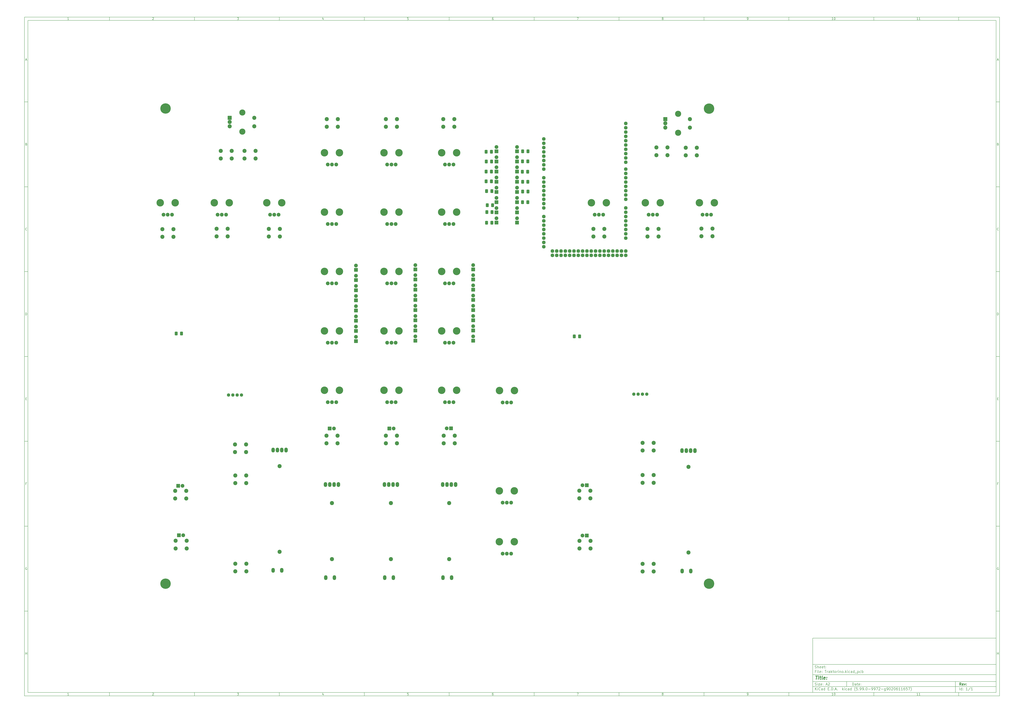
<source format=gbr>
%TF.GenerationSoftware,KiCad,Pcbnew,(5.99.0-9972-g9020611657)*%
%TF.CreationDate,2021-04-03T00:56:29+02:00*%
%TF.ProjectId,Traktorino,5472616b-746f-4726-996e-6f2e6b696361,rev?*%
%TF.SameCoordinates,Original*%
%TF.FileFunction,Soldermask,Bot*%
%TF.FilePolarity,Negative*%
%FSLAX46Y46*%
G04 Gerber Fmt 4.6, Leading zero omitted, Abs format (unit mm)*
G04 Created by KiCad (PCBNEW (5.99.0-9972-g9020611657)) date 2021-04-03 00:56:29*
%MOMM*%
%LPD*%
G01*
G04 APERTURE LIST*
G04 Aperture macros list*
%AMRoundRect*
0 Rectangle with rounded corners*
0 $1 Rounding radius*
0 $2 $3 $4 $5 $6 $7 $8 $9 X,Y pos of 4 corners*
0 Add a 4 corners polygon primitive as box body*
4,1,4,$2,$3,$4,$5,$6,$7,$8,$9,$2,$3,0*
0 Add four circle primitives for the rounded corners*
1,1,$1+$1,$2,$3*
1,1,$1+$1,$4,$5*
1,1,$1+$1,$6,$7*
1,1,$1+$1,$8,$9*
0 Add four rect primitives between the rounded corners*
20,1,$1+$1,$2,$3,$4,$5,0*
20,1,$1+$1,$4,$5,$6,$7,0*
20,1,$1+$1,$6,$7,$8,$9,0*
20,1,$1+$1,$8,$9,$2,$3,0*%
G04 Aperture macros list end*
%ADD10C,0.100000*%
%ADD11C,0.150000*%
%ADD12C,0.300000*%
%ADD13C,0.400000*%
%ADD14C,4.000000*%
%ADD15C,6.100000*%
%ADD16RoundRect,0.200000X0.900000X-0.900000X0.900000X0.900000X-0.900000X0.900000X-0.900000X-0.900000X0*%
%ADD17C,2.200000*%
%ADD18C,2.400000*%
%ADD19C,4.400000*%
%ADD20O,2.000000X2.800000*%
%ADD21O,2.000000X2.862000*%
%ADD22RoundRect,0.200000X-0.900000X-0.900000X0.900000X-0.900000X0.900000X0.900000X-0.900000X0.900000X0*%
%ADD23RoundRect,0.200000X-1.000000X-1.000000X1.000000X-1.000000X1.000000X1.000000X-1.000000X1.000000X0*%
%ADD24C,3.600000*%
%ADD25C,1.924000*%
%ADD26O,2.127200X2.127200*%
%ADD27RoundRect,0.200000X0.900000X0.900000X-0.900000X0.900000X-0.900000X-0.900000X0.900000X-0.900000X0*%
%ADD28RoundRect,0.326923X0.523077X0.748077X-0.523077X0.748077X-0.523077X-0.748077X0.523077X-0.748077X0*%
%ADD29RoundRect,0.326923X-0.523077X-0.748077X0.523077X-0.748077X0.523077X0.748077X-0.523077X0.748077X0*%
G04 APERTURE END LIST*
D10*
D11*
X474004400Y-375989000D02*
X474004400Y-407989000D01*
X582004400Y-407989000D01*
X582004400Y-375989000D01*
X474004400Y-375989000D01*
D10*
D11*
X10000000Y-10000000D02*
X10000000Y-409989000D01*
X584004400Y-409989000D01*
X584004400Y-10000000D01*
X10000000Y-10000000D01*
D10*
D11*
X12000000Y-12000000D02*
X12000000Y-407989000D01*
X582004400Y-407989000D01*
X582004400Y-12000000D01*
X12000000Y-12000000D01*
D10*
D11*
X60000000Y-12000000D02*
X60000000Y-10000000D01*
D10*
D11*
X110000000Y-12000000D02*
X110000000Y-10000000D01*
D10*
D11*
X160000000Y-12000000D02*
X160000000Y-10000000D01*
D10*
D11*
X210000000Y-12000000D02*
X210000000Y-10000000D01*
D10*
D11*
X260000000Y-12000000D02*
X260000000Y-10000000D01*
D10*
D11*
X310000000Y-12000000D02*
X310000000Y-10000000D01*
D10*
D11*
X360000000Y-12000000D02*
X360000000Y-10000000D01*
D10*
D11*
X410000000Y-12000000D02*
X410000000Y-10000000D01*
D10*
D11*
X460000000Y-12000000D02*
X460000000Y-10000000D01*
D10*
D11*
X510000000Y-12000000D02*
X510000000Y-10000000D01*
D10*
D11*
X560000000Y-12000000D02*
X560000000Y-10000000D01*
D10*
D11*
X36065476Y-11588095D02*
X35322619Y-11588095D01*
X35694047Y-11588095D02*
X35694047Y-10288095D01*
X35570238Y-10473809D01*
X35446428Y-10597619D01*
X35322619Y-10659523D01*
D10*
D11*
X85322619Y-10411904D02*
X85384523Y-10350000D01*
X85508333Y-10288095D01*
X85817857Y-10288095D01*
X85941666Y-10350000D01*
X86003571Y-10411904D01*
X86065476Y-10535714D01*
X86065476Y-10659523D01*
X86003571Y-10845238D01*
X85260714Y-11588095D01*
X86065476Y-11588095D01*
D10*
D11*
X135260714Y-10288095D02*
X136065476Y-10288095D01*
X135632142Y-10783333D01*
X135817857Y-10783333D01*
X135941666Y-10845238D01*
X136003571Y-10907142D01*
X136065476Y-11030952D01*
X136065476Y-11340476D01*
X136003571Y-11464285D01*
X135941666Y-11526190D01*
X135817857Y-11588095D01*
X135446428Y-11588095D01*
X135322619Y-11526190D01*
X135260714Y-11464285D01*
D10*
D11*
X185941666Y-10721428D02*
X185941666Y-11588095D01*
X185632142Y-10226190D02*
X185322619Y-11154761D01*
X186127380Y-11154761D01*
D10*
D11*
X236003571Y-10288095D02*
X235384523Y-10288095D01*
X235322619Y-10907142D01*
X235384523Y-10845238D01*
X235508333Y-10783333D01*
X235817857Y-10783333D01*
X235941666Y-10845238D01*
X236003571Y-10907142D01*
X236065476Y-11030952D01*
X236065476Y-11340476D01*
X236003571Y-11464285D01*
X235941666Y-11526190D01*
X235817857Y-11588095D01*
X235508333Y-11588095D01*
X235384523Y-11526190D01*
X235322619Y-11464285D01*
D10*
D11*
X285941666Y-10288095D02*
X285694047Y-10288095D01*
X285570238Y-10350000D01*
X285508333Y-10411904D01*
X285384523Y-10597619D01*
X285322619Y-10845238D01*
X285322619Y-11340476D01*
X285384523Y-11464285D01*
X285446428Y-11526190D01*
X285570238Y-11588095D01*
X285817857Y-11588095D01*
X285941666Y-11526190D01*
X286003571Y-11464285D01*
X286065476Y-11340476D01*
X286065476Y-11030952D01*
X286003571Y-10907142D01*
X285941666Y-10845238D01*
X285817857Y-10783333D01*
X285570238Y-10783333D01*
X285446428Y-10845238D01*
X285384523Y-10907142D01*
X285322619Y-11030952D01*
D10*
D11*
X335260714Y-10288095D02*
X336127380Y-10288095D01*
X335570238Y-11588095D01*
D10*
D11*
X385570238Y-10845238D02*
X385446428Y-10783333D01*
X385384523Y-10721428D01*
X385322619Y-10597619D01*
X385322619Y-10535714D01*
X385384523Y-10411904D01*
X385446428Y-10350000D01*
X385570238Y-10288095D01*
X385817857Y-10288095D01*
X385941666Y-10350000D01*
X386003571Y-10411904D01*
X386065476Y-10535714D01*
X386065476Y-10597619D01*
X386003571Y-10721428D01*
X385941666Y-10783333D01*
X385817857Y-10845238D01*
X385570238Y-10845238D01*
X385446428Y-10907142D01*
X385384523Y-10969047D01*
X385322619Y-11092857D01*
X385322619Y-11340476D01*
X385384523Y-11464285D01*
X385446428Y-11526190D01*
X385570238Y-11588095D01*
X385817857Y-11588095D01*
X385941666Y-11526190D01*
X386003571Y-11464285D01*
X386065476Y-11340476D01*
X386065476Y-11092857D01*
X386003571Y-10969047D01*
X385941666Y-10907142D01*
X385817857Y-10845238D01*
D10*
D11*
X435446428Y-11588095D02*
X435694047Y-11588095D01*
X435817857Y-11526190D01*
X435879761Y-11464285D01*
X436003571Y-11278571D01*
X436065476Y-11030952D01*
X436065476Y-10535714D01*
X436003571Y-10411904D01*
X435941666Y-10350000D01*
X435817857Y-10288095D01*
X435570238Y-10288095D01*
X435446428Y-10350000D01*
X435384523Y-10411904D01*
X435322619Y-10535714D01*
X435322619Y-10845238D01*
X435384523Y-10969047D01*
X435446428Y-11030952D01*
X435570238Y-11092857D01*
X435817857Y-11092857D01*
X435941666Y-11030952D01*
X436003571Y-10969047D01*
X436065476Y-10845238D01*
D10*
D11*
X486065476Y-11588095D02*
X485322619Y-11588095D01*
X485694047Y-11588095D02*
X485694047Y-10288095D01*
X485570238Y-10473809D01*
X485446428Y-10597619D01*
X485322619Y-10659523D01*
X486870238Y-10288095D02*
X486994047Y-10288095D01*
X487117857Y-10350000D01*
X487179761Y-10411904D01*
X487241666Y-10535714D01*
X487303571Y-10783333D01*
X487303571Y-11092857D01*
X487241666Y-11340476D01*
X487179761Y-11464285D01*
X487117857Y-11526190D01*
X486994047Y-11588095D01*
X486870238Y-11588095D01*
X486746428Y-11526190D01*
X486684523Y-11464285D01*
X486622619Y-11340476D01*
X486560714Y-11092857D01*
X486560714Y-10783333D01*
X486622619Y-10535714D01*
X486684523Y-10411904D01*
X486746428Y-10350000D01*
X486870238Y-10288095D01*
D10*
D11*
X536065476Y-11588095D02*
X535322619Y-11588095D01*
X535694047Y-11588095D02*
X535694047Y-10288095D01*
X535570238Y-10473809D01*
X535446428Y-10597619D01*
X535322619Y-10659523D01*
X537303571Y-11588095D02*
X536560714Y-11588095D01*
X536932142Y-11588095D02*
X536932142Y-10288095D01*
X536808333Y-10473809D01*
X536684523Y-10597619D01*
X536560714Y-10659523D01*
D10*
D11*
X60000000Y-407989000D02*
X60000000Y-409989000D01*
D10*
D11*
X110000000Y-407989000D02*
X110000000Y-409989000D01*
D10*
D11*
X160000000Y-407989000D02*
X160000000Y-409989000D01*
D10*
D11*
X210000000Y-407989000D02*
X210000000Y-409989000D01*
D10*
D11*
X260000000Y-407989000D02*
X260000000Y-409989000D01*
D10*
D11*
X310000000Y-407989000D02*
X310000000Y-409989000D01*
D10*
D11*
X360000000Y-407989000D02*
X360000000Y-409989000D01*
D10*
D11*
X410000000Y-407989000D02*
X410000000Y-409989000D01*
D10*
D11*
X460000000Y-407989000D02*
X460000000Y-409989000D01*
D10*
D11*
X510000000Y-407989000D02*
X510000000Y-409989000D01*
D10*
D11*
X560000000Y-407989000D02*
X560000000Y-409989000D01*
D10*
D11*
X36065476Y-409577095D02*
X35322619Y-409577095D01*
X35694047Y-409577095D02*
X35694047Y-408277095D01*
X35570238Y-408462809D01*
X35446428Y-408586619D01*
X35322619Y-408648523D01*
D10*
D11*
X85322619Y-408400904D02*
X85384523Y-408339000D01*
X85508333Y-408277095D01*
X85817857Y-408277095D01*
X85941666Y-408339000D01*
X86003571Y-408400904D01*
X86065476Y-408524714D01*
X86065476Y-408648523D01*
X86003571Y-408834238D01*
X85260714Y-409577095D01*
X86065476Y-409577095D01*
D10*
D11*
X135260714Y-408277095D02*
X136065476Y-408277095D01*
X135632142Y-408772333D01*
X135817857Y-408772333D01*
X135941666Y-408834238D01*
X136003571Y-408896142D01*
X136065476Y-409019952D01*
X136065476Y-409329476D01*
X136003571Y-409453285D01*
X135941666Y-409515190D01*
X135817857Y-409577095D01*
X135446428Y-409577095D01*
X135322619Y-409515190D01*
X135260714Y-409453285D01*
D10*
D11*
X185941666Y-408710428D02*
X185941666Y-409577095D01*
X185632142Y-408215190D02*
X185322619Y-409143761D01*
X186127380Y-409143761D01*
D10*
D11*
X236003571Y-408277095D02*
X235384523Y-408277095D01*
X235322619Y-408896142D01*
X235384523Y-408834238D01*
X235508333Y-408772333D01*
X235817857Y-408772333D01*
X235941666Y-408834238D01*
X236003571Y-408896142D01*
X236065476Y-409019952D01*
X236065476Y-409329476D01*
X236003571Y-409453285D01*
X235941666Y-409515190D01*
X235817857Y-409577095D01*
X235508333Y-409577095D01*
X235384523Y-409515190D01*
X235322619Y-409453285D01*
D10*
D11*
X285941666Y-408277095D02*
X285694047Y-408277095D01*
X285570238Y-408339000D01*
X285508333Y-408400904D01*
X285384523Y-408586619D01*
X285322619Y-408834238D01*
X285322619Y-409329476D01*
X285384523Y-409453285D01*
X285446428Y-409515190D01*
X285570238Y-409577095D01*
X285817857Y-409577095D01*
X285941666Y-409515190D01*
X286003571Y-409453285D01*
X286065476Y-409329476D01*
X286065476Y-409019952D01*
X286003571Y-408896142D01*
X285941666Y-408834238D01*
X285817857Y-408772333D01*
X285570238Y-408772333D01*
X285446428Y-408834238D01*
X285384523Y-408896142D01*
X285322619Y-409019952D01*
D10*
D11*
X335260714Y-408277095D02*
X336127380Y-408277095D01*
X335570238Y-409577095D01*
D10*
D11*
X385570238Y-408834238D02*
X385446428Y-408772333D01*
X385384523Y-408710428D01*
X385322619Y-408586619D01*
X385322619Y-408524714D01*
X385384523Y-408400904D01*
X385446428Y-408339000D01*
X385570238Y-408277095D01*
X385817857Y-408277095D01*
X385941666Y-408339000D01*
X386003571Y-408400904D01*
X386065476Y-408524714D01*
X386065476Y-408586619D01*
X386003571Y-408710428D01*
X385941666Y-408772333D01*
X385817857Y-408834238D01*
X385570238Y-408834238D01*
X385446428Y-408896142D01*
X385384523Y-408958047D01*
X385322619Y-409081857D01*
X385322619Y-409329476D01*
X385384523Y-409453285D01*
X385446428Y-409515190D01*
X385570238Y-409577095D01*
X385817857Y-409577095D01*
X385941666Y-409515190D01*
X386003571Y-409453285D01*
X386065476Y-409329476D01*
X386065476Y-409081857D01*
X386003571Y-408958047D01*
X385941666Y-408896142D01*
X385817857Y-408834238D01*
D10*
D11*
X435446428Y-409577095D02*
X435694047Y-409577095D01*
X435817857Y-409515190D01*
X435879761Y-409453285D01*
X436003571Y-409267571D01*
X436065476Y-409019952D01*
X436065476Y-408524714D01*
X436003571Y-408400904D01*
X435941666Y-408339000D01*
X435817857Y-408277095D01*
X435570238Y-408277095D01*
X435446428Y-408339000D01*
X435384523Y-408400904D01*
X435322619Y-408524714D01*
X435322619Y-408834238D01*
X435384523Y-408958047D01*
X435446428Y-409019952D01*
X435570238Y-409081857D01*
X435817857Y-409081857D01*
X435941666Y-409019952D01*
X436003571Y-408958047D01*
X436065476Y-408834238D01*
D10*
D11*
X486065476Y-409577095D02*
X485322619Y-409577095D01*
X485694047Y-409577095D02*
X485694047Y-408277095D01*
X485570238Y-408462809D01*
X485446428Y-408586619D01*
X485322619Y-408648523D01*
X486870238Y-408277095D02*
X486994047Y-408277095D01*
X487117857Y-408339000D01*
X487179761Y-408400904D01*
X487241666Y-408524714D01*
X487303571Y-408772333D01*
X487303571Y-409081857D01*
X487241666Y-409329476D01*
X487179761Y-409453285D01*
X487117857Y-409515190D01*
X486994047Y-409577095D01*
X486870238Y-409577095D01*
X486746428Y-409515190D01*
X486684523Y-409453285D01*
X486622619Y-409329476D01*
X486560714Y-409081857D01*
X486560714Y-408772333D01*
X486622619Y-408524714D01*
X486684523Y-408400904D01*
X486746428Y-408339000D01*
X486870238Y-408277095D01*
D10*
D11*
X536065476Y-409577095D02*
X535322619Y-409577095D01*
X535694047Y-409577095D02*
X535694047Y-408277095D01*
X535570238Y-408462809D01*
X535446428Y-408586619D01*
X535322619Y-408648523D01*
X537303571Y-409577095D02*
X536560714Y-409577095D01*
X536932142Y-409577095D02*
X536932142Y-408277095D01*
X536808333Y-408462809D01*
X536684523Y-408586619D01*
X536560714Y-408648523D01*
D10*
D11*
X10000000Y-60000000D02*
X12000000Y-60000000D01*
D10*
D11*
X10000000Y-110000000D02*
X12000000Y-110000000D01*
D10*
D11*
X10000000Y-160000000D02*
X12000000Y-160000000D01*
D10*
D11*
X10000000Y-210000000D02*
X12000000Y-210000000D01*
D10*
D11*
X10000000Y-260000000D02*
X12000000Y-260000000D01*
D10*
D11*
X10000000Y-310000000D02*
X12000000Y-310000000D01*
D10*
D11*
X10000000Y-360000000D02*
X12000000Y-360000000D01*
D10*
D11*
X10690476Y-35216666D02*
X11309523Y-35216666D01*
X10566666Y-35588095D02*
X11000000Y-34288095D01*
X11433333Y-35588095D01*
D10*
D11*
X11092857Y-84907142D02*
X11278571Y-84969047D01*
X11340476Y-85030952D01*
X11402380Y-85154761D01*
X11402380Y-85340476D01*
X11340476Y-85464285D01*
X11278571Y-85526190D01*
X11154761Y-85588095D01*
X10659523Y-85588095D01*
X10659523Y-84288095D01*
X11092857Y-84288095D01*
X11216666Y-84350000D01*
X11278571Y-84411904D01*
X11340476Y-84535714D01*
X11340476Y-84659523D01*
X11278571Y-84783333D01*
X11216666Y-84845238D01*
X11092857Y-84907142D01*
X10659523Y-84907142D01*
D10*
D11*
X11402380Y-135464285D02*
X11340476Y-135526190D01*
X11154761Y-135588095D01*
X11030952Y-135588095D01*
X10845238Y-135526190D01*
X10721428Y-135402380D01*
X10659523Y-135278571D01*
X10597619Y-135030952D01*
X10597619Y-134845238D01*
X10659523Y-134597619D01*
X10721428Y-134473809D01*
X10845238Y-134350000D01*
X11030952Y-134288095D01*
X11154761Y-134288095D01*
X11340476Y-134350000D01*
X11402380Y-134411904D01*
D10*
D11*
X10659523Y-185588095D02*
X10659523Y-184288095D01*
X10969047Y-184288095D01*
X11154761Y-184350000D01*
X11278571Y-184473809D01*
X11340476Y-184597619D01*
X11402380Y-184845238D01*
X11402380Y-185030952D01*
X11340476Y-185278571D01*
X11278571Y-185402380D01*
X11154761Y-185526190D01*
X10969047Y-185588095D01*
X10659523Y-185588095D01*
D10*
D11*
X10721428Y-234907142D02*
X11154761Y-234907142D01*
X11340476Y-235588095D02*
X10721428Y-235588095D01*
X10721428Y-234288095D01*
X11340476Y-234288095D01*
D10*
D11*
X11185714Y-284907142D02*
X10752380Y-284907142D01*
X10752380Y-285588095D02*
X10752380Y-284288095D01*
X11371428Y-284288095D01*
D10*
D11*
X11340476Y-334350000D02*
X11216666Y-334288095D01*
X11030952Y-334288095D01*
X10845238Y-334350000D01*
X10721428Y-334473809D01*
X10659523Y-334597619D01*
X10597619Y-334845238D01*
X10597619Y-335030952D01*
X10659523Y-335278571D01*
X10721428Y-335402380D01*
X10845238Y-335526190D01*
X11030952Y-335588095D01*
X11154761Y-335588095D01*
X11340476Y-335526190D01*
X11402380Y-335464285D01*
X11402380Y-335030952D01*
X11154761Y-335030952D01*
D10*
D11*
X10628571Y-385588095D02*
X10628571Y-384288095D01*
X10628571Y-384907142D02*
X11371428Y-384907142D01*
X11371428Y-385588095D02*
X11371428Y-384288095D01*
D10*
D11*
X584004400Y-60000000D02*
X582004400Y-60000000D01*
D10*
D11*
X584004400Y-110000000D02*
X582004400Y-110000000D01*
D10*
D11*
X584004400Y-160000000D02*
X582004400Y-160000000D01*
D10*
D11*
X584004400Y-210000000D02*
X582004400Y-210000000D01*
D10*
D11*
X584004400Y-260000000D02*
X582004400Y-260000000D01*
D10*
D11*
X584004400Y-310000000D02*
X582004400Y-310000000D01*
D10*
D11*
X584004400Y-360000000D02*
X582004400Y-360000000D01*
D10*
D11*
X582694876Y-35216666D02*
X583313923Y-35216666D01*
X582571066Y-35588095D02*
X583004400Y-34288095D01*
X583437733Y-35588095D01*
D10*
D11*
X583097257Y-84907142D02*
X583282971Y-84969047D01*
X583344876Y-85030952D01*
X583406780Y-85154761D01*
X583406780Y-85340476D01*
X583344876Y-85464285D01*
X583282971Y-85526190D01*
X583159161Y-85588095D01*
X582663923Y-85588095D01*
X582663923Y-84288095D01*
X583097257Y-84288095D01*
X583221066Y-84350000D01*
X583282971Y-84411904D01*
X583344876Y-84535714D01*
X583344876Y-84659523D01*
X583282971Y-84783333D01*
X583221066Y-84845238D01*
X583097257Y-84907142D01*
X582663923Y-84907142D01*
D10*
D11*
X583406780Y-135464285D02*
X583344876Y-135526190D01*
X583159161Y-135588095D01*
X583035352Y-135588095D01*
X582849638Y-135526190D01*
X582725828Y-135402380D01*
X582663923Y-135278571D01*
X582602019Y-135030952D01*
X582602019Y-134845238D01*
X582663923Y-134597619D01*
X582725828Y-134473809D01*
X582849638Y-134350000D01*
X583035352Y-134288095D01*
X583159161Y-134288095D01*
X583344876Y-134350000D01*
X583406780Y-134411904D01*
D10*
D11*
X582663923Y-185588095D02*
X582663923Y-184288095D01*
X582973447Y-184288095D01*
X583159161Y-184350000D01*
X583282971Y-184473809D01*
X583344876Y-184597619D01*
X583406780Y-184845238D01*
X583406780Y-185030952D01*
X583344876Y-185278571D01*
X583282971Y-185402380D01*
X583159161Y-185526190D01*
X582973447Y-185588095D01*
X582663923Y-185588095D01*
D10*
D11*
X582725828Y-234907142D02*
X583159161Y-234907142D01*
X583344876Y-235588095D02*
X582725828Y-235588095D01*
X582725828Y-234288095D01*
X583344876Y-234288095D01*
D10*
D11*
X583190114Y-284907142D02*
X582756780Y-284907142D01*
X582756780Y-285588095D02*
X582756780Y-284288095D01*
X583375828Y-284288095D01*
D10*
D11*
X583344876Y-334350000D02*
X583221066Y-334288095D01*
X583035352Y-334288095D01*
X582849638Y-334350000D01*
X582725828Y-334473809D01*
X582663923Y-334597619D01*
X582602019Y-334845238D01*
X582602019Y-335030952D01*
X582663923Y-335278571D01*
X582725828Y-335402380D01*
X582849638Y-335526190D01*
X583035352Y-335588095D01*
X583159161Y-335588095D01*
X583344876Y-335526190D01*
X583406780Y-335464285D01*
X583406780Y-335030952D01*
X583159161Y-335030952D01*
D10*
D11*
X582632971Y-385588095D02*
X582632971Y-384288095D01*
X582632971Y-384907142D02*
X583375828Y-384907142D01*
X583375828Y-385588095D02*
X583375828Y-384288095D01*
D10*
D11*
X497436542Y-403767571D02*
X497436542Y-402267571D01*
X497793685Y-402267571D01*
X498007971Y-402339000D01*
X498150828Y-402481857D01*
X498222257Y-402624714D01*
X498293685Y-402910428D01*
X498293685Y-403124714D01*
X498222257Y-403410428D01*
X498150828Y-403553285D01*
X498007971Y-403696142D01*
X497793685Y-403767571D01*
X497436542Y-403767571D01*
X499579400Y-403767571D02*
X499579400Y-402981857D01*
X499507971Y-402839000D01*
X499365114Y-402767571D01*
X499079400Y-402767571D01*
X498936542Y-402839000D01*
X499579400Y-403696142D02*
X499436542Y-403767571D01*
X499079400Y-403767571D01*
X498936542Y-403696142D01*
X498865114Y-403553285D01*
X498865114Y-403410428D01*
X498936542Y-403267571D01*
X499079400Y-403196142D01*
X499436542Y-403196142D01*
X499579400Y-403124714D01*
X500079400Y-402767571D02*
X500650828Y-402767571D01*
X500293685Y-402267571D02*
X500293685Y-403553285D01*
X500365114Y-403696142D01*
X500507971Y-403767571D01*
X500650828Y-403767571D01*
X501722257Y-403696142D02*
X501579400Y-403767571D01*
X501293685Y-403767571D01*
X501150828Y-403696142D01*
X501079400Y-403553285D01*
X501079400Y-402981857D01*
X501150828Y-402839000D01*
X501293685Y-402767571D01*
X501579400Y-402767571D01*
X501722257Y-402839000D01*
X501793685Y-402981857D01*
X501793685Y-403124714D01*
X501079400Y-403267571D01*
X502436542Y-403624714D02*
X502507971Y-403696142D01*
X502436542Y-403767571D01*
X502365114Y-403696142D01*
X502436542Y-403624714D01*
X502436542Y-403767571D01*
X502436542Y-402839000D02*
X502507971Y-402910428D01*
X502436542Y-402981857D01*
X502365114Y-402910428D01*
X502436542Y-402839000D01*
X502436542Y-402981857D01*
D10*
D11*
X474004400Y-404489000D02*
X582004400Y-404489000D01*
D10*
D11*
X475436542Y-406567571D02*
X475436542Y-405067571D01*
X476293685Y-406567571D02*
X475650828Y-405710428D01*
X476293685Y-405067571D02*
X475436542Y-405924714D01*
X476936542Y-406567571D02*
X476936542Y-405567571D01*
X476936542Y-405067571D02*
X476865114Y-405139000D01*
X476936542Y-405210428D01*
X477007971Y-405139000D01*
X476936542Y-405067571D01*
X476936542Y-405210428D01*
X478507971Y-406424714D02*
X478436542Y-406496142D01*
X478222257Y-406567571D01*
X478079400Y-406567571D01*
X477865114Y-406496142D01*
X477722257Y-406353285D01*
X477650828Y-406210428D01*
X477579400Y-405924714D01*
X477579400Y-405710428D01*
X477650828Y-405424714D01*
X477722257Y-405281857D01*
X477865114Y-405139000D01*
X478079400Y-405067571D01*
X478222257Y-405067571D01*
X478436542Y-405139000D01*
X478507971Y-405210428D01*
X479793685Y-406567571D02*
X479793685Y-405781857D01*
X479722257Y-405639000D01*
X479579400Y-405567571D01*
X479293685Y-405567571D01*
X479150828Y-405639000D01*
X479793685Y-406496142D02*
X479650828Y-406567571D01*
X479293685Y-406567571D01*
X479150828Y-406496142D01*
X479079400Y-406353285D01*
X479079400Y-406210428D01*
X479150828Y-406067571D01*
X479293685Y-405996142D01*
X479650828Y-405996142D01*
X479793685Y-405924714D01*
X481150828Y-406567571D02*
X481150828Y-405067571D01*
X481150828Y-406496142D02*
X481007971Y-406567571D01*
X480722257Y-406567571D01*
X480579400Y-406496142D01*
X480507971Y-406424714D01*
X480436542Y-406281857D01*
X480436542Y-405853285D01*
X480507971Y-405710428D01*
X480579400Y-405639000D01*
X480722257Y-405567571D01*
X481007971Y-405567571D01*
X481150828Y-405639000D01*
X483007971Y-405781857D02*
X483507971Y-405781857D01*
X483722257Y-406567571D02*
X483007971Y-406567571D01*
X483007971Y-405067571D01*
X483722257Y-405067571D01*
X484365114Y-406424714D02*
X484436542Y-406496142D01*
X484365114Y-406567571D01*
X484293685Y-406496142D01*
X484365114Y-406424714D01*
X484365114Y-406567571D01*
X485079400Y-406567571D02*
X485079400Y-405067571D01*
X485436542Y-405067571D01*
X485650828Y-405139000D01*
X485793685Y-405281857D01*
X485865114Y-405424714D01*
X485936542Y-405710428D01*
X485936542Y-405924714D01*
X485865114Y-406210428D01*
X485793685Y-406353285D01*
X485650828Y-406496142D01*
X485436542Y-406567571D01*
X485079400Y-406567571D01*
X486579400Y-406424714D02*
X486650828Y-406496142D01*
X486579400Y-406567571D01*
X486507971Y-406496142D01*
X486579400Y-406424714D01*
X486579400Y-406567571D01*
X487222257Y-406139000D02*
X487936542Y-406139000D01*
X487079400Y-406567571D02*
X487579400Y-405067571D01*
X488079400Y-406567571D01*
X488579400Y-406424714D02*
X488650828Y-406496142D01*
X488579400Y-406567571D01*
X488507971Y-406496142D01*
X488579400Y-406424714D01*
X488579400Y-406567571D01*
X491579400Y-406567571D02*
X491579400Y-405067571D01*
X491722257Y-405996142D02*
X492150828Y-406567571D01*
X492150828Y-405567571D02*
X491579400Y-406139000D01*
X492793685Y-406567571D02*
X492793685Y-405567571D01*
X492793685Y-405067571D02*
X492722257Y-405139000D01*
X492793685Y-405210428D01*
X492865114Y-405139000D01*
X492793685Y-405067571D01*
X492793685Y-405210428D01*
X494150828Y-406496142D02*
X494007971Y-406567571D01*
X493722257Y-406567571D01*
X493579400Y-406496142D01*
X493507971Y-406424714D01*
X493436542Y-406281857D01*
X493436542Y-405853285D01*
X493507971Y-405710428D01*
X493579400Y-405639000D01*
X493722257Y-405567571D01*
X494007971Y-405567571D01*
X494150828Y-405639000D01*
X495436542Y-406567571D02*
X495436542Y-405781857D01*
X495365114Y-405639000D01*
X495222257Y-405567571D01*
X494936542Y-405567571D01*
X494793685Y-405639000D01*
X495436542Y-406496142D02*
X495293685Y-406567571D01*
X494936542Y-406567571D01*
X494793685Y-406496142D01*
X494722257Y-406353285D01*
X494722257Y-406210428D01*
X494793685Y-406067571D01*
X494936542Y-405996142D01*
X495293685Y-405996142D01*
X495436542Y-405924714D01*
X496793685Y-406567571D02*
X496793685Y-405067571D01*
X496793685Y-406496142D02*
X496650828Y-406567571D01*
X496365114Y-406567571D01*
X496222257Y-406496142D01*
X496150828Y-406424714D01*
X496079400Y-406281857D01*
X496079400Y-405853285D01*
X496150828Y-405710428D01*
X496222257Y-405639000D01*
X496365114Y-405567571D01*
X496650828Y-405567571D01*
X496793685Y-405639000D01*
X499079400Y-407139000D02*
X499007971Y-407067571D01*
X498865114Y-406853285D01*
X498793685Y-406710428D01*
X498722257Y-406496142D01*
X498650828Y-406139000D01*
X498650828Y-405853285D01*
X498722257Y-405496142D01*
X498793685Y-405281857D01*
X498865114Y-405139000D01*
X499007971Y-404924714D01*
X499079400Y-404853285D01*
X500365114Y-405067571D02*
X499650828Y-405067571D01*
X499579400Y-405781857D01*
X499650828Y-405710428D01*
X499793685Y-405639000D01*
X500150828Y-405639000D01*
X500293685Y-405710428D01*
X500365114Y-405781857D01*
X500436542Y-405924714D01*
X500436542Y-406281857D01*
X500365114Y-406424714D01*
X500293685Y-406496142D01*
X500150828Y-406567571D01*
X499793685Y-406567571D01*
X499650828Y-406496142D01*
X499579400Y-406424714D01*
X501079400Y-406424714D02*
X501150828Y-406496142D01*
X501079400Y-406567571D01*
X501007971Y-406496142D01*
X501079400Y-406424714D01*
X501079400Y-406567571D01*
X501865114Y-406567571D02*
X502150828Y-406567571D01*
X502293685Y-406496142D01*
X502365114Y-406424714D01*
X502507971Y-406210428D01*
X502579400Y-405924714D01*
X502579400Y-405353285D01*
X502507971Y-405210428D01*
X502436542Y-405139000D01*
X502293685Y-405067571D01*
X502007971Y-405067571D01*
X501865114Y-405139000D01*
X501793685Y-405210428D01*
X501722257Y-405353285D01*
X501722257Y-405710428D01*
X501793685Y-405853285D01*
X501865114Y-405924714D01*
X502007971Y-405996142D01*
X502293685Y-405996142D01*
X502436542Y-405924714D01*
X502507971Y-405853285D01*
X502579400Y-405710428D01*
X503293685Y-406567571D02*
X503579400Y-406567571D01*
X503722257Y-406496142D01*
X503793685Y-406424714D01*
X503936542Y-406210428D01*
X504007971Y-405924714D01*
X504007971Y-405353285D01*
X503936542Y-405210428D01*
X503865114Y-405139000D01*
X503722257Y-405067571D01*
X503436542Y-405067571D01*
X503293685Y-405139000D01*
X503222257Y-405210428D01*
X503150828Y-405353285D01*
X503150828Y-405710428D01*
X503222257Y-405853285D01*
X503293685Y-405924714D01*
X503436542Y-405996142D01*
X503722257Y-405996142D01*
X503865114Y-405924714D01*
X503936542Y-405853285D01*
X504007971Y-405710428D01*
X504650828Y-406424714D02*
X504722257Y-406496142D01*
X504650828Y-406567571D01*
X504579400Y-406496142D01*
X504650828Y-406424714D01*
X504650828Y-406567571D01*
X505650828Y-405067571D02*
X505793685Y-405067571D01*
X505936542Y-405139000D01*
X506007971Y-405210428D01*
X506079400Y-405353285D01*
X506150828Y-405639000D01*
X506150828Y-405996142D01*
X506079400Y-406281857D01*
X506007971Y-406424714D01*
X505936542Y-406496142D01*
X505793685Y-406567571D01*
X505650828Y-406567571D01*
X505507971Y-406496142D01*
X505436542Y-406424714D01*
X505365114Y-406281857D01*
X505293685Y-405996142D01*
X505293685Y-405639000D01*
X505365114Y-405353285D01*
X505436542Y-405210428D01*
X505507971Y-405139000D01*
X505650828Y-405067571D01*
X506793685Y-405996142D02*
X507936542Y-405996142D01*
X508722257Y-406567571D02*
X509007971Y-406567571D01*
X509150828Y-406496142D01*
X509222257Y-406424714D01*
X509365114Y-406210428D01*
X509436542Y-405924714D01*
X509436542Y-405353285D01*
X509365114Y-405210428D01*
X509293685Y-405139000D01*
X509150828Y-405067571D01*
X508865114Y-405067571D01*
X508722257Y-405139000D01*
X508650828Y-405210428D01*
X508579400Y-405353285D01*
X508579400Y-405710428D01*
X508650828Y-405853285D01*
X508722257Y-405924714D01*
X508865114Y-405996142D01*
X509150828Y-405996142D01*
X509293685Y-405924714D01*
X509365114Y-405853285D01*
X509436542Y-405710428D01*
X510150828Y-406567571D02*
X510436542Y-406567571D01*
X510579400Y-406496142D01*
X510650828Y-406424714D01*
X510793685Y-406210428D01*
X510865114Y-405924714D01*
X510865114Y-405353285D01*
X510793685Y-405210428D01*
X510722257Y-405139000D01*
X510579400Y-405067571D01*
X510293685Y-405067571D01*
X510150828Y-405139000D01*
X510079400Y-405210428D01*
X510007971Y-405353285D01*
X510007971Y-405710428D01*
X510079400Y-405853285D01*
X510150828Y-405924714D01*
X510293685Y-405996142D01*
X510579400Y-405996142D01*
X510722257Y-405924714D01*
X510793685Y-405853285D01*
X510865114Y-405710428D01*
X511365114Y-405067571D02*
X512365114Y-405067571D01*
X511722257Y-406567571D01*
X512865114Y-405210428D02*
X512936542Y-405139000D01*
X513079400Y-405067571D01*
X513436542Y-405067571D01*
X513579400Y-405139000D01*
X513650828Y-405210428D01*
X513722257Y-405353285D01*
X513722257Y-405496142D01*
X513650828Y-405710428D01*
X512793685Y-406567571D01*
X513722257Y-406567571D01*
X514365114Y-405996142D02*
X515507971Y-405996142D01*
X516865114Y-405567571D02*
X516865114Y-406781857D01*
X516793685Y-406924714D01*
X516722257Y-406996142D01*
X516579400Y-407067571D01*
X516365114Y-407067571D01*
X516222257Y-406996142D01*
X516865114Y-406496142D02*
X516722257Y-406567571D01*
X516436542Y-406567571D01*
X516293685Y-406496142D01*
X516222257Y-406424714D01*
X516150828Y-406281857D01*
X516150828Y-405853285D01*
X516222257Y-405710428D01*
X516293685Y-405639000D01*
X516436542Y-405567571D01*
X516722257Y-405567571D01*
X516865114Y-405639000D01*
X517650828Y-406567571D02*
X517936542Y-406567571D01*
X518079400Y-406496142D01*
X518150828Y-406424714D01*
X518293685Y-406210428D01*
X518365114Y-405924714D01*
X518365114Y-405353285D01*
X518293685Y-405210428D01*
X518222257Y-405139000D01*
X518079400Y-405067571D01*
X517793685Y-405067571D01*
X517650828Y-405139000D01*
X517579400Y-405210428D01*
X517507971Y-405353285D01*
X517507971Y-405710428D01*
X517579400Y-405853285D01*
X517650828Y-405924714D01*
X517793685Y-405996142D01*
X518079400Y-405996142D01*
X518222257Y-405924714D01*
X518293685Y-405853285D01*
X518365114Y-405710428D01*
X519293685Y-405067571D02*
X519436542Y-405067571D01*
X519579400Y-405139000D01*
X519650828Y-405210428D01*
X519722257Y-405353285D01*
X519793685Y-405639000D01*
X519793685Y-405996142D01*
X519722257Y-406281857D01*
X519650828Y-406424714D01*
X519579400Y-406496142D01*
X519436542Y-406567571D01*
X519293685Y-406567571D01*
X519150828Y-406496142D01*
X519079400Y-406424714D01*
X519007971Y-406281857D01*
X518936542Y-405996142D01*
X518936542Y-405639000D01*
X519007971Y-405353285D01*
X519079400Y-405210428D01*
X519150828Y-405139000D01*
X519293685Y-405067571D01*
X520365114Y-405210428D02*
X520436542Y-405139000D01*
X520579400Y-405067571D01*
X520936542Y-405067571D01*
X521079400Y-405139000D01*
X521150828Y-405210428D01*
X521222257Y-405353285D01*
X521222257Y-405496142D01*
X521150828Y-405710428D01*
X520293685Y-406567571D01*
X521222257Y-406567571D01*
X522150828Y-405067571D02*
X522293685Y-405067571D01*
X522436542Y-405139000D01*
X522507971Y-405210428D01*
X522579400Y-405353285D01*
X522650828Y-405639000D01*
X522650828Y-405996142D01*
X522579400Y-406281857D01*
X522507971Y-406424714D01*
X522436542Y-406496142D01*
X522293685Y-406567571D01*
X522150828Y-406567571D01*
X522007971Y-406496142D01*
X521936542Y-406424714D01*
X521865114Y-406281857D01*
X521793685Y-405996142D01*
X521793685Y-405639000D01*
X521865114Y-405353285D01*
X521936542Y-405210428D01*
X522007971Y-405139000D01*
X522150828Y-405067571D01*
X523936542Y-405067571D02*
X523650828Y-405067571D01*
X523507971Y-405139000D01*
X523436542Y-405210428D01*
X523293685Y-405424714D01*
X523222257Y-405710428D01*
X523222257Y-406281857D01*
X523293685Y-406424714D01*
X523365114Y-406496142D01*
X523507971Y-406567571D01*
X523793685Y-406567571D01*
X523936542Y-406496142D01*
X524007971Y-406424714D01*
X524079400Y-406281857D01*
X524079400Y-405924714D01*
X524007971Y-405781857D01*
X523936542Y-405710428D01*
X523793685Y-405639000D01*
X523507971Y-405639000D01*
X523365114Y-405710428D01*
X523293685Y-405781857D01*
X523222257Y-405924714D01*
X525507971Y-406567571D02*
X524650828Y-406567571D01*
X525079400Y-406567571D02*
X525079400Y-405067571D01*
X524936542Y-405281857D01*
X524793685Y-405424714D01*
X524650828Y-405496142D01*
X526936542Y-406567571D02*
X526079400Y-406567571D01*
X526507971Y-406567571D02*
X526507971Y-405067571D01*
X526365114Y-405281857D01*
X526222257Y-405424714D01*
X526079400Y-405496142D01*
X528222257Y-405067571D02*
X527936542Y-405067571D01*
X527793685Y-405139000D01*
X527722257Y-405210428D01*
X527579400Y-405424714D01*
X527507971Y-405710428D01*
X527507971Y-406281857D01*
X527579400Y-406424714D01*
X527650828Y-406496142D01*
X527793685Y-406567571D01*
X528079400Y-406567571D01*
X528222257Y-406496142D01*
X528293685Y-406424714D01*
X528365114Y-406281857D01*
X528365114Y-405924714D01*
X528293685Y-405781857D01*
X528222257Y-405710428D01*
X528079400Y-405639000D01*
X527793685Y-405639000D01*
X527650828Y-405710428D01*
X527579400Y-405781857D01*
X527507971Y-405924714D01*
X529722257Y-405067571D02*
X529007971Y-405067571D01*
X528936542Y-405781857D01*
X529007971Y-405710428D01*
X529150828Y-405639000D01*
X529507971Y-405639000D01*
X529650828Y-405710428D01*
X529722257Y-405781857D01*
X529793685Y-405924714D01*
X529793685Y-406281857D01*
X529722257Y-406424714D01*
X529650828Y-406496142D01*
X529507971Y-406567571D01*
X529150828Y-406567571D01*
X529007971Y-406496142D01*
X528936542Y-406424714D01*
X530293685Y-405067571D02*
X531293685Y-405067571D01*
X530650828Y-406567571D01*
X531722257Y-407139000D02*
X531793685Y-407067571D01*
X531936542Y-406853285D01*
X532007971Y-406710428D01*
X532079399Y-406496142D01*
X532150828Y-406139000D01*
X532150828Y-405853285D01*
X532079399Y-405496142D01*
X532007971Y-405281857D01*
X531936542Y-405139000D01*
X531793685Y-404924714D01*
X531722257Y-404853285D01*
D10*
D11*
X474004400Y-401489000D02*
X582004400Y-401489000D01*
D10*
D12*
X561413685Y-403767571D02*
X560913685Y-403053285D01*
X560556542Y-403767571D02*
X560556542Y-402267571D01*
X561127971Y-402267571D01*
X561270828Y-402339000D01*
X561342257Y-402410428D01*
X561413685Y-402553285D01*
X561413685Y-402767571D01*
X561342257Y-402910428D01*
X561270828Y-402981857D01*
X561127971Y-403053285D01*
X560556542Y-403053285D01*
X562627971Y-403696142D02*
X562485114Y-403767571D01*
X562199400Y-403767571D01*
X562056542Y-403696142D01*
X561985114Y-403553285D01*
X561985114Y-402981857D01*
X562056542Y-402839000D01*
X562199400Y-402767571D01*
X562485114Y-402767571D01*
X562627971Y-402839000D01*
X562699400Y-402981857D01*
X562699400Y-403124714D01*
X561985114Y-403267571D01*
X563199400Y-402767571D02*
X563556542Y-403767571D01*
X563913685Y-402767571D01*
X564485114Y-403624714D02*
X564556542Y-403696142D01*
X564485114Y-403767571D01*
X564413685Y-403696142D01*
X564485114Y-403624714D01*
X564485114Y-403767571D01*
X564485114Y-402839000D02*
X564556542Y-402910428D01*
X564485114Y-402981857D01*
X564413685Y-402910428D01*
X564485114Y-402839000D01*
X564485114Y-402981857D01*
D10*
D11*
X475365114Y-403696142D02*
X475579400Y-403767571D01*
X475936542Y-403767571D01*
X476079400Y-403696142D01*
X476150828Y-403624714D01*
X476222257Y-403481857D01*
X476222257Y-403339000D01*
X476150828Y-403196142D01*
X476079400Y-403124714D01*
X475936542Y-403053285D01*
X475650828Y-402981857D01*
X475507971Y-402910428D01*
X475436542Y-402839000D01*
X475365114Y-402696142D01*
X475365114Y-402553285D01*
X475436542Y-402410428D01*
X475507971Y-402339000D01*
X475650828Y-402267571D01*
X476007971Y-402267571D01*
X476222257Y-402339000D01*
X476865114Y-403767571D02*
X476865114Y-402767571D01*
X476865114Y-402267571D02*
X476793685Y-402339000D01*
X476865114Y-402410428D01*
X476936542Y-402339000D01*
X476865114Y-402267571D01*
X476865114Y-402410428D01*
X477436542Y-402767571D02*
X478222257Y-402767571D01*
X477436542Y-403767571D01*
X478222257Y-403767571D01*
X479365114Y-403696142D02*
X479222257Y-403767571D01*
X478936542Y-403767571D01*
X478793685Y-403696142D01*
X478722257Y-403553285D01*
X478722257Y-402981857D01*
X478793685Y-402839000D01*
X478936542Y-402767571D01*
X479222257Y-402767571D01*
X479365114Y-402839000D01*
X479436542Y-402981857D01*
X479436542Y-403124714D01*
X478722257Y-403267571D01*
X480079400Y-403624714D02*
X480150828Y-403696142D01*
X480079400Y-403767571D01*
X480007971Y-403696142D01*
X480079400Y-403624714D01*
X480079400Y-403767571D01*
X480079400Y-402839000D02*
X480150828Y-402910428D01*
X480079400Y-402981857D01*
X480007971Y-402910428D01*
X480079400Y-402839000D01*
X480079400Y-402981857D01*
X481865114Y-403339000D02*
X482579400Y-403339000D01*
X481722257Y-403767571D02*
X482222257Y-402267571D01*
X482722257Y-403767571D01*
X483150828Y-402410428D02*
X483222257Y-402339000D01*
X483365114Y-402267571D01*
X483722257Y-402267571D01*
X483865114Y-402339000D01*
X483936542Y-402410428D01*
X484007971Y-402553285D01*
X484007971Y-402696142D01*
X483936542Y-402910428D01*
X483079400Y-403767571D01*
X484007971Y-403767571D01*
D10*
D11*
X560436542Y-406567571D02*
X560436542Y-405067571D01*
X561793685Y-406567571D02*
X561793685Y-405067571D01*
X561793685Y-406496142D02*
X561650828Y-406567571D01*
X561365114Y-406567571D01*
X561222257Y-406496142D01*
X561150828Y-406424714D01*
X561079400Y-406281857D01*
X561079400Y-405853285D01*
X561150828Y-405710428D01*
X561222257Y-405639000D01*
X561365114Y-405567571D01*
X561650828Y-405567571D01*
X561793685Y-405639000D01*
X562507971Y-406424714D02*
X562579400Y-406496142D01*
X562507971Y-406567571D01*
X562436542Y-406496142D01*
X562507971Y-406424714D01*
X562507971Y-406567571D01*
X562507971Y-405639000D02*
X562579400Y-405710428D01*
X562507971Y-405781857D01*
X562436542Y-405710428D01*
X562507971Y-405639000D01*
X562507971Y-405781857D01*
X565150828Y-406567571D02*
X564293685Y-406567571D01*
X564722257Y-406567571D02*
X564722257Y-405067571D01*
X564579400Y-405281857D01*
X564436542Y-405424714D01*
X564293685Y-405496142D01*
X566865114Y-404996142D02*
X565579400Y-406924714D01*
X568150828Y-406567571D02*
X567293685Y-406567571D01*
X567722257Y-406567571D02*
X567722257Y-405067571D01*
X567579400Y-405281857D01*
X567436542Y-405424714D01*
X567293685Y-405496142D01*
D10*
D11*
X474004400Y-397489000D02*
X582004400Y-397489000D01*
D10*
D13*
X475716780Y-398193761D02*
X476859638Y-398193761D01*
X476038209Y-400193761D02*
X476288209Y-398193761D01*
X477276304Y-400193761D02*
X477442971Y-398860428D01*
X477526304Y-398193761D02*
X477419161Y-398289000D01*
X477502495Y-398384238D01*
X477609638Y-398289000D01*
X477526304Y-398193761D01*
X477502495Y-398384238D01*
X478109638Y-398860428D02*
X478871542Y-398860428D01*
X478478685Y-398193761D02*
X478264400Y-399908047D01*
X478335828Y-400098523D01*
X478514400Y-400193761D01*
X478704876Y-400193761D01*
X479657257Y-400193761D02*
X479478685Y-400098523D01*
X479407257Y-399908047D01*
X479621542Y-398193761D01*
X481192971Y-400098523D02*
X480990590Y-400193761D01*
X480609638Y-400193761D01*
X480431066Y-400098523D01*
X480359638Y-399908047D01*
X480454876Y-399146142D01*
X480573923Y-398955666D01*
X480776304Y-398860428D01*
X481157257Y-398860428D01*
X481335828Y-398955666D01*
X481407257Y-399146142D01*
X481383447Y-399336619D01*
X480407257Y-399527095D01*
X482157257Y-400003285D02*
X482240590Y-400098523D01*
X482133447Y-400193761D01*
X482050114Y-400098523D01*
X482157257Y-400003285D01*
X482133447Y-400193761D01*
X482288209Y-398955666D02*
X482371542Y-399050904D01*
X482264400Y-399146142D01*
X482181066Y-399050904D01*
X482288209Y-398955666D01*
X482264400Y-399146142D01*
D10*
D11*
X475936542Y-395581857D02*
X475436542Y-395581857D01*
X475436542Y-396367571D02*
X475436542Y-394867571D01*
X476150828Y-394867571D01*
X476722257Y-396367571D02*
X476722257Y-395367571D01*
X476722257Y-394867571D02*
X476650828Y-394939000D01*
X476722257Y-395010428D01*
X476793685Y-394939000D01*
X476722257Y-394867571D01*
X476722257Y-395010428D01*
X477650828Y-396367571D02*
X477507971Y-396296142D01*
X477436542Y-396153285D01*
X477436542Y-394867571D01*
X478793685Y-396296142D02*
X478650828Y-396367571D01*
X478365114Y-396367571D01*
X478222257Y-396296142D01*
X478150828Y-396153285D01*
X478150828Y-395581857D01*
X478222257Y-395439000D01*
X478365114Y-395367571D01*
X478650828Y-395367571D01*
X478793685Y-395439000D01*
X478865114Y-395581857D01*
X478865114Y-395724714D01*
X478150828Y-395867571D01*
X479507971Y-396224714D02*
X479579400Y-396296142D01*
X479507971Y-396367571D01*
X479436542Y-396296142D01*
X479507971Y-396224714D01*
X479507971Y-396367571D01*
X479507971Y-395439000D02*
X479579400Y-395510428D01*
X479507971Y-395581857D01*
X479436542Y-395510428D01*
X479507971Y-395439000D01*
X479507971Y-395581857D01*
X481150828Y-394867571D02*
X482007971Y-394867571D01*
X481579400Y-396367571D02*
X481579400Y-394867571D01*
X482507971Y-396367571D02*
X482507971Y-395367571D01*
X482507971Y-395653285D02*
X482579400Y-395510428D01*
X482650828Y-395439000D01*
X482793685Y-395367571D01*
X482936542Y-395367571D01*
X484079400Y-396367571D02*
X484079400Y-395581857D01*
X484007971Y-395439000D01*
X483865114Y-395367571D01*
X483579400Y-395367571D01*
X483436542Y-395439000D01*
X484079400Y-396296142D02*
X483936542Y-396367571D01*
X483579400Y-396367571D01*
X483436542Y-396296142D01*
X483365114Y-396153285D01*
X483365114Y-396010428D01*
X483436542Y-395867571D01*
X483579400Y-395796142D01*
X483936542Y-395796142D01*
X484079400Y-395724714D01*
X484793685Y-396367571D02*
X484793685Y-394867571D01*
X484936542Y-395796142D02*
X485365114Y-396367571D01*
X485365114Y-395367571D02*
X484793685Y-395939000D01*
X485793685Y-395367571D02*
X486365114Y-395367571D01*
X486007971Y-394867571D02*
X486007971Y-396153285D01*
X486079400Y-396296142D01*
X486222257Y-396367571D01*
X486365114Y-396367571D01*
X487079400Y-396367571D02*
X486936542Y-396296142D01*
X486865114Y-396224714D01*
X486793685Y-396081857D01*
X486793685Y-395653285D01*
X486865114Y-395510428D01*
X486936542Y-395439000D01*
X487079400Y-395367571D01*
X487293685Y-395367571D01*
X487436542Y-395439000D01*
X487507971Y-395510428D01*
X487579400Y-395653285D01*
X487579400Y-396081857D01*
X487507971Y-396224714D01*
X487436542Y-396296142D01*
X487293685Y-396367571D01*
X487079400Y-396367571D01*
X488222257Y-396367571D02*
X488222257Y-395367571D01*
X488222257Y-395653285D02*
X488293685Y-395510428D01*
X488365114Y-395439000D01*
X488507971Y-395367571D01*
X488650828Y-395367571D01*
X489150828Y-396367571D02*
X489150828Y-395367571D01*
X489150828Y-394867571D02*
X489079400Y-394939000D01*
X489150828Y-395010428D01*
X489222257Y-394939000D01*
X489150828Y-394867571D01*
X489150828Y-395010428D01*
X489865114Y-395367571D02*
X489865114Y-396367571D01*
X489865114Y-395510428D02*
X489936542Y-395439000D01*
X490079400Y-395367571D01*
X490293685Y-395367571D01*
X490436542Y-395439000D01*
X490507971Y-395581857D01*
X490507971Y-396367571D01*
X491436542Y-396367571D02*
X491293685Y-396296142D01*
X491222257Y-396224714D01*
X491150828Y-396081857D01*
X491150828Y-395653285D01*
X491222257Y-395510428D01*
X491293685Y-395439000D01*
X491436542Y-395367571D01*
X491650828Y-395367571D01*
X491793685Y-395439000D01*
X491865114Y-395510428D01*
X491936542Y-395653285D01*
X491936542Y-396081857D01*
X491865114Y-396224714D01*
X491793685Y-396296142D01*
X491650828Y-396367571D01*
X491436542Y-396367571D01*
X492579400Y-396224714D02*
X492650828Y-396296142D01*
X492579400Y-396367571D01*
X492507971Y-396296142D01*
X492579400Y-396224714D01*
X492579400Y-396367571D01*
X493293685Y-396367571D02*
X493293685Y-394867571D01*
X493436542Y-395796142D02*
X493865114Y-396367571D01*
X493865114Y-395367571D02*
X493293685Y-395939000D01*
X494507971Y-396367571D02*
X494507971Y-395367571D01*
X494507971Y-394867571D02*
X494436542Y-394939000D01*
X494507971Y-395010428D01*
X494579400Y-394939000D01*
X494507971Y-394867571D01*
X494507971Y-395010428D01*
X495865114Y-396296142D02*
X495722257Y-396367571D01*
X495436542Y-396367571D01*
X495293685Y-396296142D01*
X495222257Y-396224714D01*
X495150828Y-396081857D01*
X495150828Y-395653285D01*
X495222257Y-395510428D01*
X495293685Y-395439000D01*
X495436542Y-395367571D01*
X495722257Y-395367571D01*
X495865114Y-395439000D01*
X497150828Y-396367571D02*
X497150828Y-395581857D01*
X497079400Y-395439000D01*
X496936542Y-395367571D01*
X496650828Y-395367571D01*
X496507971Y-395439000D01*
X497150828Y-396296142D02*
X497007971Y-396367571D01*
X496650828Y-396367571D01*
X496507971Y-396296142D01*
X496436542Y-396153285D01*
X496436542Y-396010428D01*
X496507971Y-395867571D01*
X496650828Y-395796142D01*
X497007971Y-395796142D01*
X497150828Y-395724714D01*
X498507971Y-396367571D02*
X498507971Y-394867571D01*
X498507971Y-396296142D02*
X498365114Y-396367571D01*
X498079400Y-396367571D01*
X497936542Y-396296142D01*
X497865114Y-396224714D01*
X497793685Y-396081857D01*
X497793685Y-395653285D01*
X497865114Y-395510428D01*
X497936542Y-395439000D01*
X498079400Y-395367571D01*
X498365114Y-395367571D01*
X498507971Y-395439000D01*
X498865114Y-396510428D02*
X500007971Y-396510428D01*
X500365114Y-395367571D02*
X500365114Y-396867571D01*
X500365114Y-395439000D02*
X500507971Y-395367571D01*
X500793685Y-395367571D01*
X500936542Y-395439000D01*
X501007971Y-395510428D01*
X501079400Y-395653285D01*
X501079400Y-396081857D01*
X501007971Y-396224714D01*
X500936542Y-396296142D01*
X500793685Y-396367571D01*
X500507971Y-396367571D01*
X500365114Y-396296142D01*
X502365114Y-396296142D02*
X502222257Y-396367571D01*
X501936542Y-396367571D01*
X501793685Y-396296142D01*
X501722257Y-396224714D01*
X501650828Y-396081857D01*
X501650828Y-395653285D01*
X501722257Y-395510428D01*
X501793685Y-395439000D01*
X501936542Y-395367571D01*
X502222257Y-395367571D01*
X502365114Y-395439000D01*
X503007971Y-396367571D02*
X503007971Y-394867571D01*
X503007971Y-395439000D02*
X503150828Y-395367571D01*
X503436542Y-395367571D01*
X503579400Y-395439000D01*
X503650828Y-395510428D01*
X503722257Y-395653285D01*
X503722257Y-396081857D01*
X503650828Y-396224714D01*
X503579400Y-396296142D01*
X503436542Y-396367571D01*
X503150828Y-396367571D01*
X503007971Y-396296142D01*
D10*
D11*
X474004400Y-391489000D02*
X582004400Y-391489000D01*
D10*
D11*
X475365114Y-393596142D02*
X475579400Y-393667571D01*
X475936542Y-393667571D01*
X476079400Y-393596142D01*
X476150828Y-393524714D01*
X476222257Y-393381857D01*
X476222257Y-393239000D01*
X476150828Y-393096142D01*
X476079400Y-393024714D01*
X475936542Y-392953285D01*
X475650828Y-392881857D01*
X475507971Y-392810428D01*
X475436542Y-392739000D01*
X475365114Y-392596142D01*
X475365114Y-392453285D01*
X475436542Y-392310428D01*
X475507971Y-392239000D01*
X475650828Y-392167571D01*
X476007971Y-392167571D01*
X476222257Y-392239000D01*
X476865114Y-393667571D02*
X476865114Y-392167571D01*
X477507971Y-393667571D02*
X477507971Y-392881857D01*
X477436542Y-392739000D01*
X477293685Y-392667571D01*
X477079400Y-392667571D01*
X476936542Y-392739000D01*
X476865114Y-392810428D01*
X478793685Y-393596142D02*
X478650828Y-393667571D01*
X478365114Y-393667571D01*
X478222257Y-393596142D01*
X478150828Y-393453285D01*
X478150828Y-392881857D01*
X478222257Y-392739000D01*
X478365114Y-392667571D01*
X478650828Y-392667571D01*
X478793685Y-392739000D01*
X478865114Y-392881857D01*
X478865114Y-393024714D01*
X478150828Y-393167571D01*
X480079400Y-393596142D02*
X479936542Y-393667571D01*
X479650828Y-393667571D01*
X479507971Y-393596142D01*
X479436542Y-393453285D01*
X479436542Y-392881857D01*
X479507971Y-392739000D01*
X479650828Y-392667571D01*
X479936542Y-392667571D01*
X480079400Y-392739000D01*
X480150828Y-392881857D01*
X480150828Y-393024714D01*
X479436542Y-393167571D01*
X480579400Y-392667571D02*
X481150828Y-392667571D01*
X480793685Y-392167571D02*
X480793685Y-393453285D01*
X480865114Y-393596142D01*
X481007971Y-393667571D01*
X481150828Y-393667571D01*
X481650828Y-393524714D02*
X481722257Y-393596142D01*
X481650828Y-393667571D01*
X481579400Y-393596142D01*
X481650828Y-393524714D01*
X481650828Y-393667571D01*
X481650828Y-392739000D02*
X481722257Y-392810428D01*
X481650828Y-392881857D01*
X481579400Y-392810428D01*
X481650828Y-392739000D01*
X481650828Y-392881857D01*
D10*
D12*
D10*
D11*
D10*
D11*
D10*
D11*
D10*
D11*
D10*
D11*
X494004400Y-401489000D02*
X494004400Y-404489000D01*
D10*
D11*
X558004400Y-401489000D02*
X558004400Y-407989000D01*
D14*
%TO.C,REF\u002A\u002A*%
X413000000Y-64000000D03*
D15*
X413000000Y-64000000D03*
%TD*%
%TO.C,REF\u002A\u002A*%
X93000000Y-63900000D03*
D14*
X93000000Y-63900000D03*
%TD*%
%TO.C,REF\u002A\u002A*%
X413000000Y-343900000D03*
D15*
X413000000Y-343900000D03*
%TD*%
%TO.C,REF\u002A\u002A*%
X93000000Y-343900000D03*
D14*
X93000000Y-343900000D03*
%TD*%
D16*
%TO.C,VUL2D2*%
X240057200Y-194668800D03*
D17*
X240057200Y-192128800D03*
%TD*%
D16*
%TO.C,VUMASRD3*%
X299919600Y-119076800D03*
D17*
X299919600Y-116536800D03*
%TD*%
D18*
%TO.C,SW25*%
X132007200Y-88872800D03*
X125507200Y-88872800D03*
X132007200Y-93372800D03*
X125507200Y-93372800D03*
%TD*%
D16*
%TO.C,VUMASLD1*%
X287859600Y-131076800D03*
D17*
X287859600Y-128536800D03*
%TD*%
D18*
%TO.C,SW27*%
X343200000Y-318650000D03*
X336700000Y-318650000D03*
X343200000Y-323150000D03*
X336700000Y-323150000D03*
%TD*%
D19*
%TO.C,RV20*%
X221607200Y-159872800D03*
X230407200Y-159872800D03*
D17*
X228507200Y-166872800D03*
X226007200Y-166872800D03*
X223507200Y-166872800D03*
%TD*%
D16*
%TO.C,VUMASRD7*%
X299919600Y-95076800D03*
D17*
X299919600Y-92536800D03*
%TD*%
D18*
%TO.C,RV2*%
X225717200Y-296392800D03*
X225717200Y-329392800D03*
D20*
X226987200Y-285460800D03*
X221907200Y-285460800D03*
X224447200Y-285460800D03*
D21*
X229527200Y-285460800D03*
D20*
X227097200Y-340324800D03*
X222017200Y-340324800D03*
%TD*%
D19*
%TO.C,RV11*%
X352531200Y-119426800D03*
X343731200Y-119426800D03*
D17*
X350631200Y-126426800D03*
X348131200Y-126426800D03*
X345631200Y-126426800D03*
%TD*%
D16*
%TO.C,VUL2D4*%
X240057200Y-182668800D03*
D17*
X240057200Y-180128800D03*
%TD*%
D18*
%TO.C,SW29*%
X380350000Y-332200000D03*
X373850000Y-332200000D03*
X380350000Y-336700000D03*
X373850000Y-336700000D03*
%TD*%
D19*
%TO.C,RV28*%
X221607200Y-89922800D03*
X230407200Y-89922800D03*
D17*
X228507200Y-96922800D03*
X226007200Y-96922800D03*
X223507200Y-96922800D03*
%TD*%
D19*
%TO.C,RV7*%
X186607200Y-229922800D03*
X195407200Y-229922800D03*
D17*
X193507200Y-236922800D03*
X191007200Y-236922800D03*
X188507200Y-236922800D03*
%TD*%
D16*
%TO.C,VUL1D7*%
X205117200Y-164938800D03*
D17*
X205117200Y-162398800D03*
%TD*%
D18*
%TO.C,SW35*%
X381984000Y-86859200D03*
X388484000Y-86859200D03*
X381984000Y-91359200D03*
X388484000Y-91359200D03*
%TD*%
%TO.C,SW42*%
X256501200Y-70110800D03*
X263001200Y-70110800D03*
X263001200Y-74610800D03*
X256501200Y-74610800D03*
%TD*%
D16*
%TO.C,VUL1D8*%
X205117200Y-158938800D03*
D17*
X205117200Y-156398800D03*
%TD*%
D22*
%TO.C,BCUELD1*%
X100475000Y-286200000D03*
D17*
X103015000Y-286200000D03*
%TD*%
D18*
%TO.C,SW39*%
X263257200Y-256622800D03*
X256757200Y-256622800D03*
X256757200Y-261122800D03*
X263257200Y-261122800D03*
%TD*%
D23*
%TO.C,SW44*%
X387234000Y-70109200D03*
D18*
X387234000Y-75109200D03*
X387234000Y-72609200D03*
D24*
X394734000Y-67009200D03*
X394734000Y-78209200D03*
D18*
X401734000Y-75109200D03*
X401734000Y-70109200D03*
%TD*%
D16*
%TO.C,VUL2D5*%
X240057200Y-176668800D03*
D17*
X240057200Y-174128800D03*
%TD*%
D16*
%TO.C,VUL1D1*%
X205117200Y-200938800D03*
D17*
X205117200Y-198398800D03*
%TD*%
D16*
%TO.C,VUL1D5*%
X205117200Y-176938800D03*
D17*
X205117200Y-174398800D03*
%TD*%
D19*
%TO.C,RV9*%
X264407200Y-229922800D03*
X255607200Y-229922800D03*
D17*
X262507200Y-236922800D03*
X260007200Y-236922800D03*
X257507200Y-236922800D03*
%TD*%
D18*
%TO.C,SW19*%
X134100000Y-332100000D03*
X140600000Y-332100000D03*
X140600000Y-336600000D03*
X134100000Y-336600000D03*
%TD*%
%TO.C,SW41*%
X222719200Y-70110800D03*
X229219200Y-70110800D03*
X222719200Y-74610800D03*
X229219200Y-74610800D03*
%TD*%
D19*
%TO.C,RV27*%
X186607200Y-89922800D03*
X195407200Y-89922800D03*
D17*
X193507200Y-96922800D03*
X191007200Y-96922800D03*
X188507200Y-96922800D03*
%TD*%
D16*
%TO.C,VUMASLD4*%
X287859600Y-113076800D03*
D17*
X287859600Y-110536800D03*
%TD*%
D19*
%TO.C,RV8*%
X221607200Y-229922800D03*
X230407200Y-229922800D03*
D17*
X228507200Y-236922800D03*
X226007200Y-236922800D03*
X223507200Y-236922800D03*
%TD*%
D16*
%TO.C,VUMASLD5*%
X287859600Y-107076800D03*
D17*
X287859600Y-104536800D03*
%TD*%
D18*
%TO.C,SW17*%
X98935400Y-318588000D03*
X105435400Y-318588000D03*
X98935400Y-323088000D03*
X105435400Y-323088000D03*
%TD*%
D16*
%TO.C,VUL3D3*%
X274117200Y-188668800D03*
D17*
X274117200Y-186128800D03*
%TD*%
D19*
%TO.C,RV29*%
X264407200Y-89922800D03*
X255607200Y-89922800D03*
D17*
X262507200Y-96922800D03*
X260007200Y-96922800D03*
X257507200Y-96922800D03*
%TD*%
D16*
%TO.C,VUMASRD5*%
X299919600Y-107076800D03*
D17*
X299919600Y-104536800D03*
%TD*%
D18*
%TO.C,SW37*%
X187757200Y-256622800D03*
X194257200Y-256622800D03*
X187757200Y-261122800D03*
X194257200Y-261122800D03*
%TD*%
D16*
%TO.C,VUL3D2*%
X274117200Y-194668800D03*
D17*
X274117200Y-192128800D03*
%TD*%
D19*
%TO.C,RV14*%
X230407200Y-194922800D03*
X221607200Y-194922800D03*
D17*
X228507200Y-201922800D03*
X226007200Y-201922800D03*
X223507200Y-201922800D03*
%TD*%
D18*
%TO.C,SW20*%
X140550000Y-280100000D03*
X134050000Y-280100000D03*
X134050000Y-284600000D03*
X140550000Y-284600000D03*
%TD*%
D16*
%TO.C,VUMASLD7*%
X287859600Y-95076800D03*
D17*
X287859600Y-92536800D03*
%TD*%
D25*
%TO.C,TB1*%
X130124200Y-232740200D03*
X132664200Y-232740200D03*
X135204200Y-232740200D03*
X137744200Y-232740200D03*
%TD*%
D26*
%TO.C,XA1*%
X315666700Y-81849800D03*
X315666700Y-89469800D03*
X315666700Y-92009800D03*
X363926700Y-147889800D03*
X363926700Y-150429800D03*
X315666700Y-104709800D03*
X315666700Y-107249800D03*
X315666700Y-109789800D03*
X315666700Y-112329800D03*
X315666700Y-114869800D03*
X315666700Y-117409800D03*
X315666700Y-119949800D03*
X315666700Y-122489800D03*
X315666700Y-127569800D03*
X315666700Y-130109800D03*
X315666700Y-132649800D03*
X315666700Y-135189800D03*
X315666700Y-137729800D03*
X315666700Y-140269800D03*
X315666700Y-142809800D03*
X315666700Y-145349800D03*
X363926700Y-77785800D03*
X363926700Y-117409800D03*
X363926700Y-114869800D03*
X363926700Y-112329800D03*
X363926700Y-109789800D03*
X363926700Y-107249800D03*
X363926700Y-104709800D03*
X363926700Y-102169800D03*
X363926700Y-99629800D03*
X363926700Y-95565800D03*
X363926700Y-93025800D03*
X363926700Y-90485800D03*
X363926700Y-87945800D03*
X363926700Y-85405800D03*
X363926700Y-82865800D03*
X363926700Y-122489800D03*
X363926700Y-125029800D03*
X363926700Y-127569800D03*
X363926700Y-130109800D03*
X363926700Y-132649800D03*
X363926700Y-135189800D03*
X363926700Y-137729800D03*
X363926700Y-140269800D03*
X361386700Y-147889800D03*
X361386700Y-150429800D03*
X358846700Y-147889800D03*
X358846700Y-150429800D03*
X356306700Y-147889800D03*
X356306700Y-150429800D03*
X353766700Y-147889800D03*
X353766700Y-150429800D03*
X351226700Y-147889800D03*
X351226700Y-150429800D03*
X348686700Y-147889800D03*
X348686700Y-150429800D03*
X346146700Y-147889800D03*
X346146700Y-150429800D03*
X343606700Y-147889800D03*
X343606700Y-150429800D03*
X341066700Y-147889800D03*
X341066700Y-150429800D03*
X338526700Y-147889800D03*
X338526700Y-150429800D03*
X335986700Y-147889800D03*
X335986700Y-150429800D03*
X333446700Y-147889800D03*
X333446700Y-150429800D03*
X330906700Y-147889800D03*
X330906700Y-150429800D03*
X328366700Y-147889800D03*
X328366700Y-150429800D03*
X325826700Y-147889800D03*
X325826700Y-150429800D03*
X323286700Y-147889800D03*
X323286700Y-150429800D03*
X363926700Y-80325800D03*
X315666700Y-94549800D03*
X315666700Y-97089800D03*
X320746700Y-147889800D03*
X320746700Y-150429800D03*
X315666700Y-84389800D03*
X315666700Y-86929800D03*
X363926700Y-72705800D03*
X363926700Y-75245800D03*
X315666700Y-99629800D03*
%TD*%
D22*
%TO.C,BHPL1D1*%
X189595200Y-252410800D03*
D17*
X192135200Y-252410800D03*
%TD*%
D18*
%TO.C,SW33*%
X376718200Y-134855400D03*
X383218200Y-134855400D03*
X376718200Y-139355400D03*
X383218200Y-139355400D03*
%TD*%
D19*
%TO.C,RV24*%
X195407200Y-124922800D03*
X186607200Y-124922800D03*
D17*
X193507200Y-131922800D03*
X191007200Y-131922800D03*
X188507200Y-131922800D03*
%TD*%
D19*
%TO.C,RV21*%
X255607200Y-159872800D03*
X264407200Y-159872800D03*
D17*
X262507200Y-166872800D03*
X260007200Y-166872800D03*
X257507200Y-166872800D03*
%TD*%
D18*
%TO.C,SW31*%
X380400000Y-260900000D03*
X373900000Y-260900000D03*
X373900000Y-265400000D03*
X380400000Y-265400000D03*
%TD*%
D19*
%TO.C,RV15*%
X264407200Y-194922800D03*
X255607200Y-194922800D03*
D17*
X262507200Y-201922800D03*
X260007200Y-201922800D03*
X257507200Y-201922800D03*
%TD*%
D16*
%TO.C,VUL1D6*%
X205117200Y-170938800D03*
D17*
X205117200Y-168398800D03*
%TD*%
D19*
%TO.C,RV19*%
X186607200Y-159922800D03*
X195407200Y-159922800D03*
D17*
X193507200Y-166922800D03*
X191007200Y-166922800D03*
X188507200Y-166922800D03*
%TD*%
D16*
%TO.C,VUL3D5*%
X274117200Y-176668800D03*
D17*
X274117200Y-174128800D03*
%TD*%
D16*
%TO.C,VUL1D4*%
X205117200Y-182938800D03*
D17*
X205117200Y-180398800D03*
%TD*%
D19*
%TO.C,RV16*%
X130535200Y-119426800D03*
X121735200Y-119426800D03*
D17*
X128635200Y-126426800D03*
X126135200Y-126426800D03*
X123635200Y-126426800D03*
%TD*%
D16*
%TO.C,VUL3D4*%
X274117200Y-182668800D03*
D17*
X274117200Y-180128800D03*
%TD*%
D16*
%TO.C,VUMASRD8*%
X299919600Y-89076800D03*
D17*
X299919600Y-86536800D03*
%TD*%
D18*
%TO.C,RV3*%
X260007200Y-329372800D03*
X260007200Y-296372800D03*
D20*
X256197200Y-285440800D03*
X261277200Y-285440800D03*
X258737200Y-285440800D03*
D21*
X263817200Y-285440800D03*
D20*
X256307200Y-340304800D03*
X261387200Y-340304800D03*
%TD*%
D19*
%TO.C,RV12*%
X298359200Y-319154400D03*
X289559200Y-319154400D03*
D17*
X296459200Y-326154400D03*
X293959200Y-326154400D03*
X291459200Y-326154400D03*
%TD*%
D16*
%TO.C,VUL3D1*%
X274117200Y-200668800D03*
D17*
X274117200Y-198128800D03*
%TD*%
D19*
%TO.C,RV10*%
X89905200Y-119426800D03*
X98705200Y-119426800D03*
D17*
X96805200Y-126426800D03*
X94305200Y-126426800D03*
X91805200Y-126426800D03*
%TD*%
D18*
%TO.C,SW23*%
X129607200Y-134712800D03*
X123107200Y-134712800D03*
X129607200Y-139212800D03*
X123107200Y-139212800D03*
%TD*%
%TO.C,SW18*%
X105183600Y-289148200D03*
X98683600Y-289148200D03*
X98683600Y-293648200D03*
X105183600Y-293648200D03*
%TD*%
D16*
%TO.C,VUL2D3*%
X240057200Y-188668800D03*
D17*
X240057200Y-186128800D03*
%TD*%
D18*
%TO.C,RV1*%
X191007200Y-329372800D03*
X191007200Y-296372800D03*
D20*
X187197200Y-285440800D03*
X192277200Y-285440800D03*
X189737200Y-285440800D03*
D21*
X194817200Y-285440800D03*
D20*
X192387200Y-340304800D03*
X187307200Y-340304800D03*
%TD*%
D16*
%TO.C,VUMASLD8*%
X287859600Y-89076800D03*
D17*
X287859600Y-86536800D03*
%TD*%
D16*
%TO.C,VUL3D7*%
X274117200Y-164668800D03*
D17*
X274117200Y-162128800D03*
%TD*%
D16*
%TO.C,VUL1D2*%
X205117200Y-194938800D03*
D17*
X205117200Y-192398800D03*
%TD*%
D27*
%TO.C,D23*%
X261090000Y-252340000D03*
D17*
X258550000Y-252340000D03*
%TD*%
D16*
%TO.C,VUL1D3*%
X205117200Y-188938800D03*
D17*
X205117200Y-186398800D03*
%TD*%
D18*
%TO.C,SW28*%
X343100000Y-289100000D03*
X336600000Y-289100000D03*
X343100000Y-293600000D03*
X336600000Y-293600000D03*
%TD*%
%TO.C,SW22*%
X91147200Y-134966800D03*
X97647200Y-134966800D03*
X91147200Y-139466800D03*
X97647200Y-139466800D03*
%TD*%
%TO.C,RV5*%
X400900000Y-275000000D03*
X400900000Y-325500000D03*
D20*
X402170000Y-265500000D03*
X397090000Y-265500000D03*
X399630000Y-265500000D03*
D21*
X404710000Y-265500000D03*
D20*
X397120000Y-336400000D03*
X402200000Y-336400000D03*
%TD*%
D16*
%TO.C,VUMASRD2*%
X299919600Y-125076800D03*
D17*
X299919600Y-122536800D03*
%TD*%
D16*
%TO.C,VUL2D7*%
X240057200Y-164668800D03*
D17*
X240057200Y-162128800D03*
%TD*%
D18*
%TO.C,SW40*%
X194421200Y-70110800D03*
X187921200Y-70110800D03*
X194421200Y-74610800D03*
X187921200Y-74610800D03*
%TD*%
D16*
%TO.C,VUL2D6*%
X240057200Y-170668800D03*
D17*
X240057200Y-168128800D03*
%TD*%
D23*
%TO.C,SW43*%
X130757200Y-69372800D03*
D18*
X130757200Y-74372800D03*
X130757200Y-71872800D03*
D24*
X138257200Y-77472800D03*
X138257200Y-66272800D03*
D18*
X145257200Y-74372800D03*
X145257200Y-69372800D03*
%TD*%
D16*
%TO.C,VUMASRD6*%
X299919600Y-101076800D03*
D17*
X299919600Y-98536800D03*
%TD*%
D19*
%TO.C,RV23*%
X407271200Y-119404800D03*
X416071200Y-119404800D03*
D17*
X414171200Y-126404800D03*
X411671200Y-126404800D03*
X409171200Y-126404800D03*
%TD*%
D16*
%TO.C,VUMASLD3*%
X287859600Y-119076800D03*
D17*
X287859600Y-116536800D03*
%TD*%
D19*
%TO.C,RV6*%
X298359200Y-289154400D03*
X289559200Y-289154400D03*
D17*
X296459200Y-296154400D03*
X293959200Y-296154400D03*
X291459200Y-296154400D03*
%TD*%
D19*
%TO.C,RV25*%
X230407200Y-124922800D03*
X221607200Y-124922800D03*
D17*
X228507200Y-131922800D03*
X226007200Y-131922800D03*
X223507200Y-131922800D03*
%TD*%
D16*
%TO.C,VUMASRD4*%
X299919600Y-113076800D03*
D17*
X299919600Y-110536800D03*
%TD*%
D18*
%TO.C,SW24*%
X160333200Y-134814800D03*
X153833200Y-134814800D03*
X160333200Y-139314800D03*
X153833200Y-139314800D03*
%TD*%
%TO.C,SW26*%
X139507200Y-88872800D03*
X146007200Y-88872800D03*
X139507200Y-93372800D03*
X146007200Y-93372800D03*
%TD*%
D16*
%TO.C,VUMASLD2*%
X287859600Y-125076800D03*
D17*
X287859600Y-122536800D03*
%TD*%
D18*
%TO.C,SW34*%
X408468200Y-134667000D03*
X414968200Y-134667000D03*
X414968200Y-139167000D03*
X408468200Y-139167000D03*
%TD*%
D16*
%TO.C,VUL3D6*%
X274117200Y-170668800D03*
D17*
X274117200Y-168128800D03*
%TD*%
D18*
%TO.C,SW32*%
X351366600Y-134844800D03*
X344866600Y-134844800D03*
X344866600Y-139344800D03*
X351366600Y-139344800D03*
%TD*%
D19*
%TO.C,RV22*%
X152643200Y-119426800D03*
X161443200Y-119426800D03*
D17*
X159543200Y-126426800D03*
X157043200Y-126426800D03*
X154543200Y-126426800D03*
%TD*%
D27*
%TO.C,BCUERD1*%
X341040000Y-285870000D03*
D17*
X338500000Y-285870000D03*
%TD*%
D16*
%TO.C,VUL3D8*%
X274117200Y-158668800D03*
D17*
X274117200Y-156128800D03*
%TD*%
D18*
%TO.C,RV4*%
X160170000Y-325100000D03*
X160170000Y-274600000D03*
D20*
X156360000Y-265100000D03*
X161440000Y-265100000D03*
D21*
X163980000Y-265100000D03*
D20*
X158900000Y-265100000D03*
X161470000Y-336000000D03*
X156390000Y-336000000D03*
%TD*%
D19*
%TO.C,RV26*%
X255607200Y-124922800D03*
X264407200Y-124922800D03*
D17*
X262507200Y-131922800D03*
X260007200Y-131922800D03*
X257507200Y-131922800D03*
%TD*%
D16*
%TO.C,VUMASLD6*%
X287859600Y-101076800D03*
D17*
X287859600Y-98536800D03*
%TD*%
D19*
%TO.C,RV17*%
X384281200Y-119404800D03*
X375481200Y-119404800D03*
D17*
X382381200Y-126404800D03*
X379881200Y-126404800D03*
X377381200Y-126404800D03*
%TD*%
D22*
%TO.C,BHPL2D1*%
X224774200Y-252410800D03*
D17*
X227314200Y-252410800D03*
%TD*%
D19*
%TO.C,RV13*%
X186607200Y-194922800D03*
X195407200Y-194922800D03*
D17*
X193507200Y-201922800D03*
X191007200Y-201922800D03*
X188507200Y-201922800D03*
%TD*%
D18*
%TO.C,SW36*%
X405747000Y-86968200D03*
X399247000Y-86968200D03*
X399247000Y-91468200D03*
X405747000Y-91468200D03*
%TD*%
D16*
%TO.C,VUMASRD1*%
X299919600Y-131076800D03*
D17*
X299919600Y-128536800D03*
%TD*%
D16*
%TO.C,VUL2D8*%
X240057200Y-158668800D03*
D17*
X240057200Y-156128800D03*
%TD*%
D22*
%TO.C,BPLAYLD1*%
X100863400Y-315341000D03*
D17*
X103403400Y-315341000D03*
%TD*%
D25*
%TO.C,TB2*%
X368706400Y-232156000D03*
X371246400Y-232156000D03*
X373786400Y-232156000D03*
X376326400Y-232156000D03*
%TD*%
D19*
%TO.C,RV18*%
X298389200Y-230069200D03*
X289589200Y-230069200D03*
D17*
X296489200Y-237069200D03*
X293989200Y-237069200D03*
X291489200Y-237069200D03*
%TD*%
D16*
%TO.C,VUL2D1*%
X240057200Y-200668800D03*
D17*
X240057200Y-198128800D03*
%TD*%
D18*
%TO.C,SW30*%
X380350000Y-279900000D03*
X373850000Y-279900000D03*
X380350000Y-284400000D03*
X373850000Y-284400000D03*
%TD*%
%TO.C,SW38*%
X229257200Y-256622800D03*
X222757200Y-256622800D03*
X229257200Y-261122800D03*
X222757200Y-261122800D03*
%TD*%
%TO.C,SW21*%
X140400000Y-261800000D03*
X133900000Y-261800000D03*
X133900000Y-266300000D03*
X140400000Y-266300000D03*
%TD*%
D27*
%TO.C,BPLAYRD1*%
X341000000Y-315470000D03*
D17*
X338460000Y-315470000D03*
%TD*%
D28*
%TO.C,PADL-IN-R1*%
X102388600Y-196469000D03*
X99288600Y-196469000D03*
%TD*%
%TO.C,VUMASLR3*%
X285557200Y-120872800D03*
X282457200Y-120872800D03*
%TD*%
%TO.C,VUMASLR6*%
X284850000Y-101040000D03*
X281750000Y-101040000D03*
%TD*%
D29*
%TO.C,VUMASRR3*%
X303180000Y-119080000D03*
X306280000Y-119080000D03*
%TD*%
%TO.C,VUMASRR7*%
X303160000Y-95050000D03*
X306260000Y-95050000D03*
%TD*%
D28*
%TO.C,VUMASLR7*%
X284970000Y-95150000D03*
X281870000Y-95150000D03*
%TD*%
D29*
%TO.C,PADR-IN-R1*%
X333660000Y-198160000D03*
X336760000Y-198160000D03*
%TD*%
%TO.C,VUMASRR8*%
X303260000Y-89090000D03*
X306360000Y-89090000D03*
%TD*%
D28*
%TO.C,VUMASLR5*%
X284870000Y-106810000D03*
X281770000Y-106810000D03*
%TD*%
%TO.C,VUMASLR8*%
X284860000Y-89370000D03*
X281760000Y-89370000D03*
%TD*%
%TO.C,VUMASLR2*%
X285250000Y-124940000D03*
X282150000Y-124940000D03*
%TD*%
D29*
%TO.C,VUMASRR4*%
X303260000Y-112850000D03*
X306360000Y-112850000D03*
%TD*%
%TO.C,VUMASRR6*%
X303100000Y-101090000D03*
X306200000Y-101090000D03*
%TD*%
%TO.C,VUMASRR5*%
X303230000Y-107030000D03*
X306330000Y-107030000D03*
%TD*%
D28*
%TO.C,VUMASLR4*%
X285140000Y-112540000D03*
X282040000Y-112540000D03*
%TD*%
%TO.C,VUMASLR1*%
X285120000Y-131150000D03*
X282020000Y-131150000D03*
%TD*%
M02*

</source>
